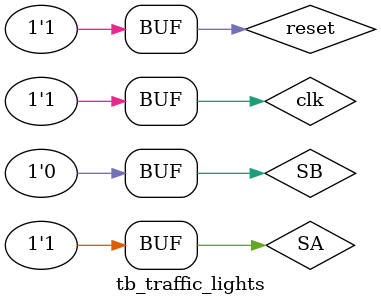
<source format=sv>
`timescale 1ns / 1ps


module tb_traffic_lights();

logic SA, SB, clk, reset;
logic [2:0] LA, LB;

traffic_lights uut( .clk(clk), .reset(reset), .SA(SA), .SB(SB), .LA(LA), .LB(LB));
    
    always
    begin
        clk = 0;
        #5;
        clk = 1;
        #5;
    end
    
    initial
    begin
        reset = 1;
        SA = 0;
        SB = 0;
        #10;
        
        SA = 1;
        SB = 0;
        #10;
        
        SA = 0;
        SB = 0;
        #10
        
        SA = 0;
        SB = 1;
        #10;
        
        SA = 0;
        SB = 0;
        #10
        
        SA = 1;
        SB = 1;
        #10;
        
        SA = 1;
        SB = 0;
    end
endmodule

</source>
